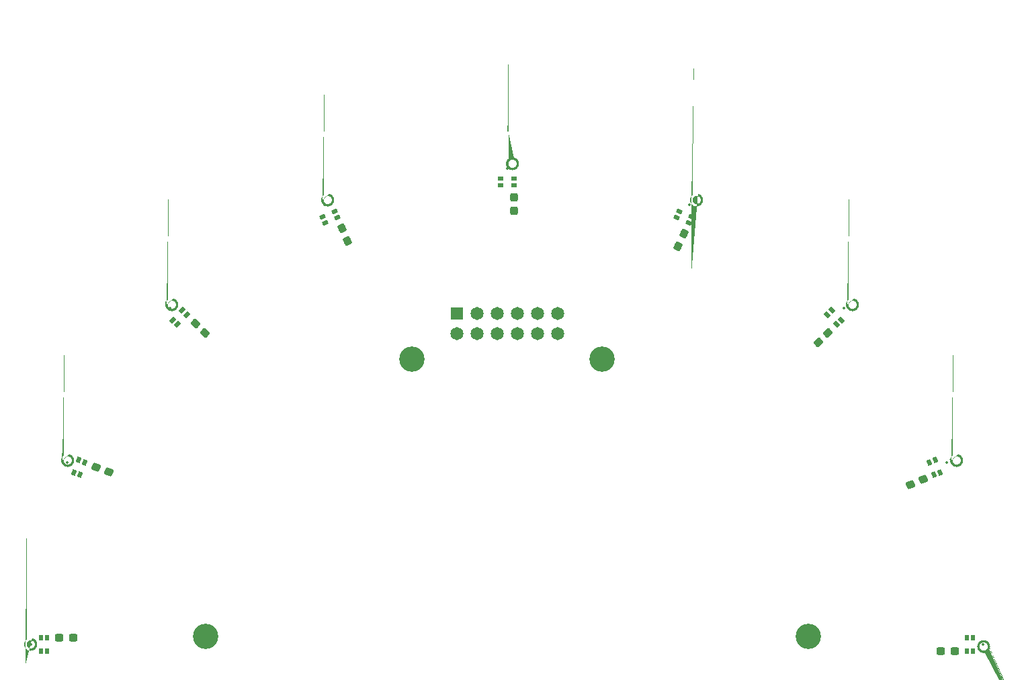
<source format=gbr>
%TF.GenerationSoftware,KiCad,Pcbnew,7.0.1*%
%TF.CreationDate,2023-05-12T16:10:07+02:00*%
%TF.ProjectId,SenseU_Microphoneboard,53656e73-6555-45f4-9d69-63726f70686f,rev?*%
%TF.SameCoordinates,Original*%
%TF.FileFunction,Soldermask,Bot*%
%TF.FilePolarity,Negative*%
%FSLAX46Y46*%
G04 Gerber Fmt 4.6, Leading zero omitted, Abs format (unit mm)*
G04 Created by KiCad (PCBNEW 7.0.1) date 2023-05-12 16:10:07*
%MOMM*%
%LPD*%
G01*
G04 APERTURE LIST*
G04 Aperture macros list*
%AMRoundRect*
0 Rectangle with rounded corners*
0 $1 Rounding radius*
0 $2 $3 $4 $5 $6 $7 $8 $9 X,Y pos of 4 corners*
0 Add a 4 corners polygon primitive as box body*
4,1,4,$2,$3,$4,$5,$6,$7,$8,$9,$2,$3,0*
0 Add four circle primitives for the rounded corners*
1,1,$1+$1,$2,$3*
1,1,$1+$1,$4,$5*
1,1,$1+$1,$6,$7*
1,1,$1+$1,$8,$9*
0 Add four rect primitives between the rounded corners*
20,1,$1+$1,$2,$3,$4,$5,0*
20,1,$1+$1,$4,$5,$6,$7,0*
20,1,$1+$1,$6,$7,$8,$9,0*
20,1,$1+$1,$8,$9,$2,$3,0*%
%AMRotRect*
0 Rectangle, with rotation*
0 The origin of the aperture is its center*
0 $1 length*
0 $2 width*
0 $3 Rotation angle, in degrees counterclockwise*
0 Add horizontal line*
21,1,$1,$2,0,0,$3*%
%AMFreePoly0*
4,1,53,0.830798,0.792129,1.002531,0.732037,1.156585,0.635238,1.285238,0.506585,1.382037,0.352531,1.442129,0.180798,1.462500,0.000000,1.442129,-0.180798,1.382037,-0.352531,1.285238,-0.506585,1.156585,-0.635238,1.002531,-0.732037,0.830798,-0.792129,0.650000,-0.812500,0.469202,-0.792129,0.297469,-0.732037,0.143415,-0.635238,0.014762,-0.506585,-0.082037,-0.352531,-0.142129,-0.180798,
-0.162500,0.000000,0.132230,0.000000,0.153203,-0.145873,0.214424,-0.279928,0.310933,-0.391304,0.434911,-0.470980,0.576314,-0.512500,0.723686,-0.512500,0.865089,-0.470980,0.989067,-0.391304,1.085576,-0.279928,1.146797,-0.145873,1.167770,0.000000,1.146797,0.145873,1.085576,0.279928,0.989067,0.391304,0.865089,0.470980,0.723686,0.512500,0.576314,0.512500,0.434911,0.470980,
0.310933,0.391304,0.214424,0.279928,0.153203,0.145873,0.132230,0.000000,-0.162500,0.000000,-0.142129,0.180798,-0.082037,0.352531,0.014762,0.506585,0.143415,0.635238,0.297469,0.732037,0.469202,0.792129,0.650000,0.812500,0.830798,0.792129,0.830798,0.792129,$1*%
G04 Aperture macros list end*
%ADD10C,3.200000*%
%ADD11C,0.350000*%
%ADD12R,0.522000X0.725000*%
%ADD13FreePoly0,0.000000*%
%ADD14RoundRect,0.237500X-0.096149X0.370353X-0.338410X-0.178563X0.096149X-0.370353X0.338410X0.178563X0*%
%ADD15RotRect,0.725000X0.522000X247.937000*%
%ADD16FreePoly0,337.937000*%
%ADD17RoundRect,0.237500X0.049993X0.379351X-0.380700X-0.038385X-0.049993X-0.379351X0.380700X0.038385X0*%
%ADD18RotRect,0.725000X0.522000X225.875000*%
%ADD19FreePoly0,315.875000*%
%ADD20FreePoly0,180.000000*%
%ADD21RotRect,0.725000X0.522000X203.814000*%
%ADD22FreePoly0,293.814000*%
%ADD23R,1.650000X1.650000*%
%ADD24C,1.650000*%
%ADD25RotRect,0.725000X0.522000X134.125000*%
%ADD26FreePoly0,224.125000*%
%ADD27RoundRect,0.237500X0.300000X0.237500X-0.300000X0.237500X-0.300000X-0.237500X0.300000X-0.237500X0*%
%ADD28RotRect,0.725000X0.522000X112.063000*%
%ADD29FreePoly0,202.063000*%
%ADD30R,0.725000X0.522000*%
%ADD31FreePoly0,270.000000*%
%ADD32RoundRect,0.237500X0.188820X0.332796X-0.367243X0.107420X-0.188820X-0.332796X0.367243X-0.107420X0*%
%ADD33RotRect,0.725000X0.522000X156.186000*%
%ADD34FreePoly0,246.186000*%
%ADD35RoundRect,0.237500X-0.367243X-0.107420X0.188820X-0.332796X0.367243X0.107420X-0.188820X0.332796X0*%
%ADD36RoundRect,0.237500X-0.300000X-0.237500X0.300000X-0.237500X0.300000X0.237500X-0.300000X0.237500X0*%
%ADD37RoundRect,0.237500X-0.338410X0.178563X-0.096149X-0.370353X0.338410X-0.178563X0.096149X0.370353X0*%
%ADD38RoundRect,0.237500X-0.380700X0.038385X0.049993X-0.379351X0.380700X-0.038385X-0.049993X0.379351X0*%
%ADD39RoundRect,0.237500X-0.237500X0.300000X-0.237500X-0.300000X0.237500X-0.300000X0.237500X0.300000X0*%
G04 APERTURE END LIST*
D10*
%TO.C,REF\u002A\u002A*%
X138000000Y-119000000D03*
%TD*%
%TO.C,REF\u002A\u002A*%
X112000000Y-84000000D03*
%TD*%
%TO.C,REF\u002A\u002A*%
X88000000Y-84000000D03*
%TD*%
%TO.C,REF\u002A\u002A*%
X62000000Y-119000000D03*
%TD*%
D11*
%TO.C,MK1*%
X40001000Y-119987500D03*
D12*
X42075000Y-120825000D03*
X41253000Y-120825000D03*
D13*
X39351000Y-119987500D03*
D12*
X41253000Y-119150000D03*
X42075000Y-119150000D03*
%TD*%
D14*
%TO.C,C6*%
X122273251Y-68185932D03*
X121576749Y-69764068D03*
%TD*%
D11*
%TO.C,MK2*%
X44566992Y-97033306D03*
D15*
X46174530Y-98588525D03*
X45412723Y-98279760D03*
D16*
X43964591Y-96789149D03*
D15*
X46041897Y-96727418D03*
X46803703Y-97036183D03*
%TD*%
D17*
%TO.C,C7*%
X140444122Y-80674505D03*
X139205878Y-81875495D03*
%TD*%
D11*
%TO.C,MK3*%
X57565346Y-77580679D03*
D18*
X58471021Y-79625829D03*
X57880971Y-79053531D03*
D19*
X57098761Y-77128133D03*
D18*
X59047149Y-77851178D03*
X59637199Y-78423476D03*
%TD*%
D11*
%TO.C,MK9*%
X160000000Y-120000000D03*
D12*
X157926000Y-119162500D03*
X158748000Y-119162500D03*
D20*
X160650000Y-120000000D03*
D12*
X158748000Y-120837500D03*
X157926000Y-120837500D03*
%TD*%
D11*
%TO.C,MK4*%
X76989941Y-64554693D03*
D21*
X77061162Y-66790271D03*
X76729264Y-66038255D03*
D22*
X76727491Y-63960033D03*
D21*
X78261656Y-65361942D03*
X78593554Y-66113958D03*
%TD*%
D23*
%TO.C,J1*%
X93650000Y-78267500D03*
D24*
X93650000Y-80807500D03*
X96190000Y-78267500D03*
X96190000Y-80807500D03*
X98730000Y-78267500D03*
X98730000Y-80807500D03*
X101270000Y-78267500D03*
X101270000Y-80807500D03*
X103810000Y-78267500D03*
X103810000Y-80807500D03*
X106350000Y-78267500D03*
X106350000Y-80807500D03*
%TD*%
D11*
%TO.C,MK7*%
X142424991Y-77577145D03*
D25*
X140353138Y-78419942D03*
X140943188Y-77847644D03*
D26*
X142891576Y-77124599D03*
D25*
X142109366Y-79049997D03*
X141519316Y-79622295D03*
%TD*%
D27*
%TO.C,C9*%
X156412500Y-120850000D03*
X154687500Y-120850000D03*
%TD*%
D11*
%TO.C,MK8*%
X155436005Y-97048830D03*
D28*
X153199294Y-97051707D03*
X153961100Y-96742942D03*
D29*
X156038406Y-96804673D03*
D28*
X154590274Y-98295284D03*
X153828467Y-98604049D03*
%TD*%
D11*
%TO.C,MK5*%
X100012500Y-59998000D03*
D30*
X99175000Y-62072000D03*
X99175000Y-61250000D03*
D31*
X100012500Y-59348000D03*
D30*
X100850000Y-61250000D03*
X100850000Y-62072000D03*
%TD*%
D32*
%TO.C,C8*%
X152449340Y-99176023D03*
X150850660Y-99823977D03*
%TD*%
D11*
%TO.C,MK6*%
X122948363Y-64562579D03*
D33*
X121344750Y-66121844D03*
X121676648Y-65369828D03*
D34*
X123210813Y-63967919D03*
D33*
X123209040Y-66046141D03*
X122877142Y-66798157D03*
%TD*%
D35*
%TO.C,C2*%
X48200660Y-97601023D03*
X49799340Y-98248977D03*
%TD*%
D36*
%TO.C,C1*%
X43587500Y-119150000D03*
X45312500Y-119150000D03*
%TD*%
D37*
%TO.C,C4*%
X79201749Y-67485932D03*
X79898251Y-69064068D03*
%TD*%
D38*
%TO.C,C3*%
X60730878Y-79474505D03*
X61969122Y-80675495D03*
%TD*%
D39*
%TO.C,C5*%
X100850000Y-63587500D03*
X100850000Y-65312500D03*
%TD*%
M02*

</source>
